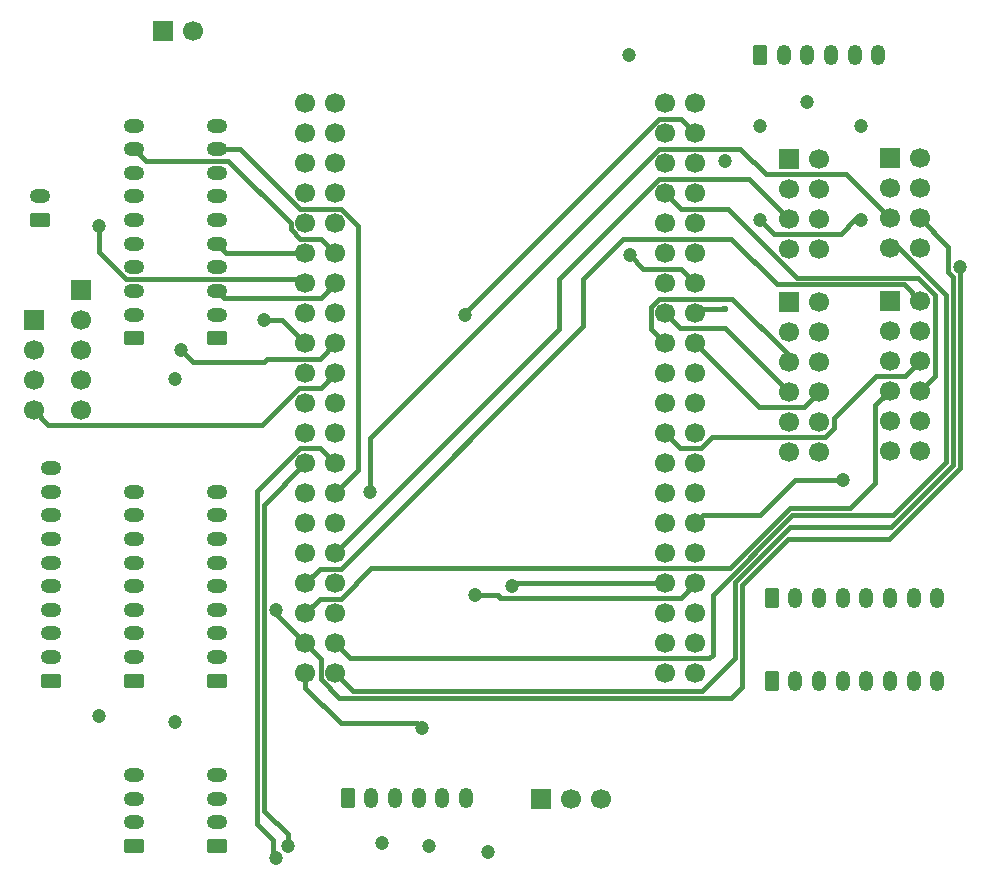
<source format=gbr>
%TF.GenerationSoftware,KiCad,Pcbnew,9.0.2*%
%TF.CreationDate,2025-07-05T12:49:50-04:00*%
%TF.ProjectId,Mainboard H7,4d61696e-626f-4617-9264-2048372e6b69,rev?*%
%TF.SameCoordinates,Original*%
%TF.FileFunction,Copper,L4,Bot*%
%TF.FilePolarity,Positive*%
%FSLAX46Y46*%
G04 Gerber Fmt 4.6, Leading zero omitted, Abs format (unit mm)*
G04 Created by KiCad (PCBNEW 9.0.2) date 2025-07-05 12:49:50*
%MOMM*%
%LPD*%
G01*
G04 APERTURE LIST*
G04 Aperture macros list*
%AMRoundRect*
0 Rectangle with rounded corners*
0 $1 Rounding radius*
0 $2 $3 $4 $5 $6 $7 $8 $9 X,Y pos of 4 corners*
0 Add a 4 corners polygon primitive as box body*
4,1,4,$2,$3,$4,$5,$6,$7,$8,$9,$2,$3,0*
0 Add four circle primitives for the rounded corners*
1,1,$1+$1,$2,$3*
1,1,$1+$1,$4,$5*
1,1,$1+$1,$6,$7*
1,1,$1+$1,$8,$9*
0 Add four rect primitives between the rounded corners*
20,1,$1+$1,$2,$3,$4,$5,0*
20,1,$1+$1,$4,$5,$6,$7,0*
20,1,$1+$1,$6,$7,$8,$9,0*
20,1,$1+$1,$8,$9,$2,$3,0*%
G04 Aperture macros list end*
%TA.AperFunction,ComponentPad*%
%ADD10C,1.700000*%
%TD*%
%TA.AperFunction,ComponentPad*%
%ADD11RoundRect,0.250000X0.625000X-0.350000X0.625000X0.350000X-0.625000X0.350000X-0.625000X-0.350000X0*%
%TD*%
%TA.AperFunction,ComponentPad*%
%ADD12O,1.750000X1.200000*%
%TD*%
%TA.AperFunction,ComponentPad*%
%ADD13RoundRect,0.250000X-0.350000X-0.625000X0.350000X-0.625000X0.350000X0.625000X-0.350000X0.625000X0*%
%TD*%
%TA.AperFunction,ComponentPad*%
%ADD14O,1.200000X1.750000*%
%TD*%
%TA.AperFunction,ComponentPad*%
%ADD15R,1.700000X1.700000*%
%TD*%
%TA.AperFunction,ViaPad*%
%ADD16C,1.200000*%
%TD*%
%TA.AperFunction,ViaPad*%
%ADD17C,0.600000*%
%TD*%
%TA.AperFunction,Conductor*%
%ADD18C,0.381000*%
%TD*%
G04 APERTURE END LIST*
D10*
%TO.P,U1,L1,5V*%
%TO.N,+5V*%
X133490000Y-69120000D03*
%TO.P,U1,L2,5V*%
X136030000Y-69120000D03*
%TO.P,U1,L3,3V3*%
%TO.N,+3V3*%
X133490000Y-71660000D03*
%TO.P,U1,L4,3V3*%
X136030000Y-71660000D03*
%TO.P,U1,L5,PA11*%
%TO.N,unconnected-(U1A-PA11-PadL5)*%
X133490000Y-74200000D03*
%TO.P,U1,L6,PA12*%
%TO.N,unconnected-(U1A-PA12-PadL6)*%
X136030000Y-74200000D03*
%TO.P,U1,L7,PC7*%
%TO.N,M2_INHB*%
X133490000Y-76740000D03*
%TO.P,U1,L8,PC6*%
%TO.N,M2_INHA*%
X136030000Y-76740000D03*
%TO.P,U1,L9,PA10*%
%TO.N,unconnected-(U1A-PA10-PadL9)*%
X133490000Y-79280000D03*
%TO.P,U1,L10,PA9*%
%TO.N,unconnected-(U1A-PA9-PadL10)*%
X136030000Y-79280000D03*
%TO.P,U1,L11,PC2*%
%TO.N,SPI2_MISO*%
X133490000Y-81820000D03*
%TO.P,U1,L12,PC3*%
%TO.N,ADC1_NCS*%
X136030000Y-81820000D03*
%TO.P,U1,L13,PC0*%
%TO.N,E_STOP*%
X133490000Y-84360000D03*
%TO.P,U1,L14,PC1*%
%TO.N,SPI2_MOSI*%
X136030000Y-84360000D03*
%TO.P,U1,L15,PD0*%
%TO.N,CAN_RX*%
X133490000Y-86900000D03*
%TO.P,U1,L16,PD1*%
%TO.N,CAN_TX*%
X136030000Y-86900000D03*
%TO.P,U1,L17,PD3*%
%TO.N,SPI2_SCK*%
X133490000Y-89440000D03*
%TO.P,U1,L18,PD4*%
%TO.N,ADC1_DRDY*%
X136030000Y-89440000D03*
%TO.P,U1,L19,PD5*%
%TO.N,USART_TX*%
X133490000Y-91980000D03*
%TO.P,U1,L20,PD6*%
%TO.N,USART_RX*%
X136030000Y-91980000D03*
%TO.P,U1,L21,PD7*%
%TO.N,ADC2_DRDY*%
X133490000Y-94520000D03*
%TO.P,U1,L22,PB3*%
%TO.N,E1_B*%
X136030000Y-94520000D03*
%TO.P,U1,L23,PB4*%
%TO.N,unconnected-(U1A-PB4-PadL23)*%
X133490000Y-97060000D03*
%TO.P,U1,L24,PB5*%
%TO.N,AUX_INT*%
X136030000Y-97060000D03*
%TO.P,U1,L25,PB7*%
%TO.N,I2C1_SDA*%
X133490000Y-99600000D03*
%TO.P,U1,L26,PB8*%
%TO.N,I2C1_SCL*%
X136030000Y-99600000D03*
%TO.P,U1,L27,PB9*%
%TO.N,unconnected-(U1A-PB9-PadL27)*%
X133490000Y-102140000D03*
%TO.P,U1,L28,PE0*%
%TO.N,ADC2_NCS*%
X136030000Y-102140000D03*
%TO.P,U1,L29,PE1*%
%TO.N,AUX_NCS*%
X133490000Y-104680000D03*
%TO.P,U1,L30,PA8*%
%TO.N,unconnected-(U1A-PA8-PadL30)*%
X136030000Y-104680000D03*
%TO.P,U1,L31,PE5*%
%TO.N,E2_NCS*%
X133490000Y-107220000D03*
%TO.P,U1,L32,PE6*%
%TO.N,M1_DRIVER_NCS*%
X136030000Y-107220000D03*
%TO.P,U1,L33,PE4*%
%TO.N,M2_DRIVER_EN*%
X133490000Y-109760000D03*
%TO.P,U1,L34,PE3*%
%TO.N,M2_DRIVER_NCS*%
X136030000Y-109760000D03*
%TO.P,U1,L35,PC8*%
%TO.N,M2_INHC*%
X133490000Y-112300000D03*
%TO.P,U1,L36,PC9*%
%TO.N,E1_NCS*%
X136030000Y-112300000D03*
%TO.P,U1,L37,PC10*%
%TO.N,SPI3_SCK*%
X133490000Y-114840000D03*
%TO.P,U1,L38,PC11*%
%TO.N,SPI3_MISO*%
X136030000Y-114840000D03*
%TO.P,U1,L39,PD2*%
%TO.N,PROBE_OUT*%
X133490000Y-117380000D03*
%TO.P,U1,L40,PC12*%
%TO.N,SPI3_MOSI*%
X136030000Y-117380000D03*
%TO.P,U1,R1,GND*%
%TO.N,GND*%
X163970000Y-69120000D03*
%TO.P,U1,R2,GND*%
X166510000Y-69120000D03*
%TO.P,U1,R3,PD14*%
%TO.N,unconnected-(U1B-PD14-PadR3)*%
X163970000Y-71660000D03*
%TO.P,U1,R4,PA15*%
%TO.N,E1_A*%
X166510000Y-71660000D03*
%TO.P,U1,R5,PD9*%
%TO.N,unconnected-(U1B-PD9-PadR5)*%
X163970000Y-74200000D03*
%TO.P,U1,R6,PD10*%
%TO.N,M1_nFAULT*%
X166510000Y-74200000D03*
%TO.P,U1,R7,PB15*%
%TO.N,M2_INLC*%
X163970000Y-76740000D03*
%TO.P,U1,R8,PD8*%
%TO.N,M1_nOCTW*%
X166510000Y-76740000D03*
%TO.P,U1,R9,PB13*%
%TO.N,M2_nFAULT*%
X163970000Y-79280000D03*
%TO.P,U1,R10,PB14*%
%TO.N,unconnected-(U1B-PB14-PadR10)*%
X166510000Y-79280000D03*
%TO.P,U1,R11,PB11*%
%TO.N,I2C2_SDA*%
X163970000Y-81820000D03*
%TO.P,U1,R12,PB12*%
%TO.N,M2_nOCTW*%
X166510000Y-81820000D03*
%TO.P,U1,R13,VBAT*%
%TO.N,unconnected-(U1B-VBAT-PadR13)*%
X163970000Y-84360000D03*
%TO.P,U1,R14,PB10*%
%TO.N,I2C2_SCL*%
X166510000Y-84360000D03*
%TO.P,U1,R15,PE13*%
%TO.N,M1_INHC*%
X163970000Y-86900000D03*
%TO.P,U1,R16,PE14*%
%TO.N,M1_DRIVER_EN*%
X166510000Y-86900000D03*
%TO.P,U1,R17,PE11*%
%TO.N,M1_INHB*%
X163970000Y-89440000D03*
%TO.P,U1,R18,PE12*%
%TO.N,M1_INLC*%
X166510000Y-89440000D03*
%TO.P,U1,R19,PE9*%
%TO.N,M1_INHA*%
X163970000Y-91980000D03*
%TO.P,U1,R20,PE10*%
%TO.N,M1_INLB*%
X166510000Y-91980000D03*
%TO.P,U1,R21,PE7*%
%TO.N,unconnected-(U1B-PE7-PadR21)*%
X163970000Y-94520000D03*
%TO.P,U1,R22,PE8*%
%TO.N,M1_INLA*%
X166510000Y-94520000D03*
%TO.P,U1,R23,PB0*%
%TO.N,M2_INLB*%
X163970000Y-97060000D03*
%TO.P,U1,R24,PB1*%
%TO.N,M2_IOutC*%
X166510000Y-97060000D03*
%TO.P,U1,R25,PC4*%
%TO.N,M1_IRef*%
X163970000Y-99600000D03*
%TO.P,U1,R26,PC5*%
%TO.N,M2_IOutB*%
X166510000Y-99600000D03*
%TO.P,U1,R27,PA6*%
%TO.N,M1_IOutA*%
X163970000Y-102140000D03*
%TO.P,U1,R28,PA7*%
%TO.N,M2_IOutA*%
X166510000Y-102140000D03*
%TO.P,U1,R29,PA4*%
%TO.N,M1_IOutB*%
X163970000Y-104680000D03*
%TO.P,U1,R30,PA5*%
%TO.N,M2_INLA*%
X166510000Y-104680000D03*
%TO.P,U1,R31,PA2*%
%TO.N,M1_IOutC*%
X163970000Y-107220000D03*
%TO.P,U1,R32,PA3*%
%TO.N,M2_IRef*%
X166510000Y-107220000D03*
%TO.P,U1,R33,PA0*%
%TO.N,E2_A*%
X163970000Y-109760000D03*
%TO.P,U1,R34,PA1*%
%TO.N,E2_B*%
X166510000Y-109760000D03*
%TO.P,U1,R35,PB2*%
%TO.N,unconnected-(U1B-PB2-PadR35)*%
X163970000Y-112300000D03*
%TO.P,U1,R36,PD13*%
%TO.N,unconnected-(U1B-PD13-PadR36)*%
X166510000Y-112300000D03*
%TO.P,U1,R37,PB6*%
%TO.N,unconnected-(U1B-PB6-PadR37)*%
X163970000Y-114840000D03*
%TO.P,U1,R38,PD11*%
%TO.N,unconnected-(U1B-PD11-PadR38)*%
X166510000Y-114840000D03*
%TO.P,U1,R39,PE2*%
%TO.N,unconnected-(U1B-PE2-PadR39)*%
X163970000Y-117380000D03*
%TO.P,U1,R40,PD12*%
%TO.N,unconnected-(U1B-PD12-PadR40)*%
X166510000Y-117380000D03*
%TD*%
D11*
%TO.P,J12,1,Pin_1*%
%TO.N,+3V3*%
X119000000Y-89000000D03*
D12*
%TO.P,J12,2,Pin_2*%
%TO.N,GND*%
X119000000Y-87000000D03*
%TO.P,J12,3,Pin_3*%
%TO.N,SPI2_MOSI*%
X119000000Y-85000000D03*
%TO.P,J12,4,Pin_4*%
%TO.N,GND*%
X119000000Y-83000000D03*
%TO.P,J12,5,Pin_5*%
%TO.N,SPI2_MISO*%
X119000000Y-81000000D03*
%TO.P,J12,6,Pin_6*%
%TO.N,GND*%
X119000000Y-79000000D03*
%TO.P,J12,7,Pin_7*%
%TO.N,SPI2_SCK*%
X119000000Y-77000000D03*
%TO.P,J12,8,Pin_8*%
%TO.N,GND*%
X119000000Y-75000000D03*
%TO.P,J12,9,Pin_9*%
%TO.N,ADC1_NCS*%
X119000000Y-73000000D03*
%TO.P,J12,10,Pin_10*%
%TO.N,ADC1_DRDY*%
X119000000Y-71000000D03*
%TD*%
D13*
%TO.P,J7,1,Pin_1*%
%TO.N,GND*%
X137100195Y-127899805D03*
D14*
%TO.P,J7,2,Pin_2*%
%TO.N,+3V3*%
X139100195Y-127899805D03*
%TO.P,J7,3,Pin_3*%
%TO.N,GND*%
X141100195Y-127899805D03*
%TO.P,J7,4,Pin_4*%
%TO.N,I2C1_SDA*%
X143100195Y-127899805D03*
%TO.P,J7,5,Pin_5*%
%TO.N,GND*%
X145100195Y-127899805D03*
%TO.P,J7,6,Pin_6*%
%TO.N,I2C1_SCL*%
X147100195Y-127899805D03*
%TD*%
D15*
%TO.P,J18,1,Pin_1*%
%TO.N,GND*%
X121460000Y-63000000D03*
D10*
%TO.P,J18,2,Pin_2*%
%TO.N,+5V*%
X124000000Y-63000000D03*
%TD*%
D15*
%TO.P,J17,1,Pin_1*%
%TO.N,unconnected-(J17-Pin_1-Pad1)*%
X110500000Y-87460000D03*
D10*
%TO.P,J17,2,Pin_2*%
%TO.N,GND*%
X110500000Y-90000000D03*
%TO.P,J17,3,Pin_3*%
%TO.N,USART_TX*%
X110500000Y-92540000D03*
%TO.P,J17,4,Pin_4*%
%TO.N,USART_RX*%
X110500000Y-95080000D03*
%TD*%
D11*
%TO.P,J9,1,Pin_1*%
%TO.N,+3V3*%
X119000000Y-118000000D03*
D12*
%TO.P,J9,2,Pin_2*%
%TO.N,GND*%
X119000000Y-116000000D03*
%TO.P,J9,3,Pin_3*%
%TO.N,SPI3_MOSI*%
X119000000Y-114000000D03*
%TO.P,J9,4,Pin_4*%
%TO.N,GND*%
X119000000Y-112000000D03*
%TO.P,J9,5,Pin_5*%
%TO.N,SPI3_MISO*%
X119000000Y-110000000D03*
%TO.P,J9,6,Pin_6*%
%TO.N,GND*%
X119000000Y-108000000D03*
%TO.P,J9,7,Pin_7*%
%TO.N,SPI3_SCK*%
X119000000Y-106000000D03*
%TO.P,J9,8,Pin_8*%
%TO.N,GND*%
X119000000Y-104000000D03*
%TO.P,J9,9,Pin_9*%
%TO.N,E1_NCS*%
X119000000Y-102000000D03*
%TD*%
D15*
%TO.P,J6,1,Pin_1*%
%TO.N,unconnected-(J6-Pin_1-Pad1)*%
X183003750Y-85840000D03*
D10*
%TO.P,J6,2,Pin_2*%
%TO.N,M2_DRIVER_EN*%
X185543750Y-85840000D03*
%TO.P,J6,3,Pin_3*%
%TO.N,M2_INHA*%
X183003750Y-88380000D03*
%TO.P,J6,4,Pin_4*%
%TO.N,M2_INLA*%
X185543750Y-88380000D03*
%TO.P,J6,5,Pin_5*%
%TO.N,M2_INHB*%
X183003750Y-90920000D03*
%TO.P,J6,6,Pin_6*%
%TO.N,M2_INLB*%
X185543750Y-90920000D03*
%TO.P,J6,7,Pin_7*%
%TO.N,M2_INHC*%
X183003750Y-93460000D03*
%TO.P,J6,8,Pin_8*%
%TO.N,M2_INLC*%
X185543750Y-93460000D03*
%TO.P,J6,9,Pin_9*%
%TO.N,GND*%
X183003750Y-96000000D03*
%TO.P,J6,10,Pin_10*%
X185543750Y-96000000D03*
%TO.P,J6,11,Pin_11*%
X183003750Y-98540000D03*
%TO.P,J6,12,Pin_12*%
X185543750Y-98540000D03*
%TD*%
D15*
%TO.P,J3,1,Pin_1*%
%TO.N,GND*%
X174460000Y-73840000D03*
D10*
%TO.P,J3,2,Pin_2*%
%TO.N,unconnected-(J3-Pin_2-Pad2)*%
X177000000Y-73840000D03*
%TO.P,J3,3,Pin_3*%
%TO.N,M1_nOCTW*%
X174460000Y-76380000D03*
%TO.P,J3,4,Pin_4*%
%TO.N,M1_nFAULT*%
X177000000Y-76380000D03*
%TO.P,J3,5,Pin_5*%
%TO.N,M1_DRIVER_NCS*%
X174460000Y-78920000D03*
%TO.P,J3,6,Pin_6*%
%TO.N,SPI3_MOSI*%
X177000000Y-78920000D03*
%TO.P,J3,7,Pin_7*%
%TO.N,SPI3_MISO*%
X174460000Y-81460000D03*
%TO.P,J3,8,Pin_8*%
%TO.N,SPI3_SCK*%
X177000000Y-81460000D03*
%TD*%
D13*
%TO.P,J15,1,Pin_1*%
%TO.N,GND*%
X173000000Y-111000000D03*
D14*
%TO.P,J15,2,Pin_2*%
%TO.N,M2_IOutA*%
X175000000Y-111000000D03*
%TO.P,J15,3,Pin_3*%
%TO.N,M2_IRef*%
X177000000Y-111000000D03*
%TO.P,J15,4,Pin_4*%
%TO.N,M2_IOutB*%
X179000000Y-111000000D03*
%TO.P,J15,5,Pin_5*%
%TO.N,M2_IRef*%
X181000000Y-111000000D03*
%TO.P,J15,6,Pin_6*%
%TO.N,M2_IOutC*%
X183000000Y-111000000D03*
%TO.P,J15,7,Pin_7*%
%TO.N,M2_IRef*%
X185000000Y-111000000D03*
%TO.P,J15,8,Pin_8*%
%TO.N,GND*%
X187000000Y-111000000D03*
%TD*%
D13*
%TO.P,J14,1,Pin_1*%
%TO.N,GND*%
X173000000Y-118000000D03*
D14*
%TO.P,J14,2,Pin_2*%
%TO.N,M1_IOutA*%
X175000000Y-118000000D03*
%TO.P,J14,3,Pin_3*%
%TO.N,M1_IRef*%
X177000000Y-118000000D03*
%TO.P,J14,4,Pin_4*%
%TO.N,M1_IOutB*%
X179000000Y-118000000D03*
%TO.P,J14,5,Pin_5*%
%TO.N,M1_IRef*%
X181000000Y-118000000D03*
%TO.P,J14,6,Pin_6*%
%TO.N,M1_IOutC*%
X183000000Y-118000000D03*
%TO.P,J14,7,Pin_7*%
%TO.N,M1_IRef*%
X185000000Y-118000000D03*
%TO.P,J14,8,Pin_8*%
%TO.N,GND*%
X187000000Y-118000000D03*
%TD*%
D15*
%TO.P,J4,1,Pin_1*%
%TO.N,unconnected-(J4-Pin_1-Pad1)*%
X174460000Y-85920000D03*
D10*
%TO.P,J4,2,Pin_2*%
%TO.N,M1_DRIVER_EN*%
X177000000Y-85920000D03*
%TO.P,J4,3,Pin_3*%
%TO.N,M1_INHA*%
X174460000Y-88460000D03*
%TO.P,J4,4,Pin_4*%
%TO.N,M1_INLA*%
X177000000Y-88460000D03*
%TO.P,J4,5,Pin_5*%
%TO.N,M1_INHB*%
X174460000Y-91000000D03*
%TO.P,J4,6,Pin_6*%
%TO.N,M1_INLB*%
X177000000Y-91000000D03*
%TO.P,J4,7,Pin_7*%
%TO.N,M1_INHC*%
X174460000Y-93540000D03*
%TO.P,J4,8,Pin_8*%
%TO.N,M1_INLC*%
X177000000Y-93540000D03*
%TO.P,J4,9,Pin_9*%
%TO.N,GND*%
X174460000Y-96080000D03*
%TO.P,J4,10,Pin_10*%
X177000000Y-96080000D03*
%TO.P,J4,11,Pin_11*%
X174460000Y-98620000D03*
%TO.P,J4,12,Pin_12*%
X177000000Y-98620000D03*
%TD*%
D11*
%TO.P,SW1,1,1*%
%TO.N,GND*%
X111000000Y-79000000D03*
D12*
%TO.P,SW1,2,2*%
%TO.N,Net-(R9-Pad2)*%
X111000000Y-77000000D03*
%TD*%
D13*
%TO.P,J8,1,Pin_1*%
%TO.N,GND*%
X172000000Y-65000000D03*
D14*
%TO.P,J8,2,Pin_2*%
%TO.N,+3V3*%
X174000000Y-65000000D03*
%TO.P,J8,3,Pin_3*%
%TO.N,GND*%
X176000000Y-65000000D03*
%TO.P,J8,4,Pin_4*%
%TO.N,I2C2_SDA*%
X178000000Y-65000000D03*
%TO.P,J8,5,Pin_5*%
%TO.N,GND*%
X180000000Y-65000000D03*
%TO.P,J8,6,Pin_6*%
%TO.N,I2C2_SCL*%
X182000000Y-65000000D03*
%TD*%
D15*
%TO.P,J19,1,Pin_1*%
%TO.N,+3V3*%
X114500000Y-84920000D03*
D10*
%TO.P,J19,2,Pin_2*%
%TO.N,unconnected-(J19-Pin_2-Pad2)*%
X114500000Y-87460000D03*
%TO.P,J19,3,Pin_3*%
%TO.N,GND*%
X114500000Y-90000000D03*
%TO.P,J19,4,Pin_4*%
%TO.N,CAN_RX*%
X114500000Y-92540000D03*
%TO.P,J19,5,Pin_5*%
%TO.N,CAN_TX*%
X114500000Y-95080000D03*
%TD*%
D11*
%TO.P,J2,1,Pin_1*%
%TO.N,E1_A*%
X119000000Y-132000000D03*
D12*
%TO.P,J2,2,Pin_2*%
%TO.N,GND*%
X119000000Y-130000000D03*
%TO.P,J2,3,Pin_3*%
%TO.N,E1_B*%
X119000000Y-128000000D03*
%TO.P,J2,4,Pin_4*%
%TO.N,GND*%
X119000000Y-126000000D03*
%TD*%
D11*
%TO.P,J13,1,Pin_1*%
%TO.N,+3V3*%
X112000000Y-118000000D03*
D12*
%TO.P,J13,2,Pin_2*%
%TO.N,GND*%
X112000000Y-116000000D03*
%TO.P,J13,3,Pin_3*%
%TO.N,SPI3_MOSI*%
X112000000Y-114000000D03*
%TO.P,J13,4,Pin_4*%
%TO.N,GND*%
X112000000Y-112000000D03*
%TO.P,J13,5,Pin_5*%
%TO.N,SPI3_MISO*%
X112000000Y-110000000D03*
%TO.P,J13,6,Pin_6*%
%TO.N,GND*%
X112000000Y-108000000D03*
%TO.P,J13,7,Pin_7*%
%TO.N,SPI3_SCK*%
X112000000Y-106000000D03*
%TO.P,J13,8,Pin_8*%
%TO.N,GND*%
X112000000Y-104000000D03*
%TO.P,J13,9,Pin_9*%
%TO.N,AUX_NCS*%
X112000000Y-102000000D03*
%TO.P,J13,10,Pin_10*%
%TO.N,AUX_INT*%
X112000000Y-100000000D03*
%TD*%
D11*
%TO.P,J11,1,Pin_1*%
%TO.N,+3V3*%
X126000000Y-89000000D03*
D12*
%TO.P,J11,2,Pin_2*%
%TO.N,GND*%
X126000000Y-87000000D03*
%TO.P,J11,3,Pin_3*%
%TO.N,SPI2_MOSI*%
X126000000Y-85000000D03*
%TO.P,J11,4,Pin_4*%
%TO.N,GND*%
X126000000Y-83000000D03*
%TO.P,J11,5,Pin_5*%
%TO.N,SPI2_MISO*%
X126000000Y-81000000D03*
%TO.P,J11,6,Pin_6*%
%TO.N,GND*%
X126000000Y-79000000D03*
%TO.P,J11,7,Pin_7*%
%TO.N,SPI2_SCK*%
X126000000Y-77000000D03*
%TO.P,J11,8,Pin_8*%
%TO.N,GND*%
X126000000Y-75000000D03*
%TO.P,J11,9,Pin_9*%
%TO.N,ADC2_NCS*%
X126000000Y-73000000D03*
%TO.P,J11,10,Pin_10*%
%TO.N,ADC2_DRDY*%
X126000000Y-71000000D03*
%TD*%
D15*
%TO.P,J16,1,Pin_1*%
%TO.N,PROBE_OUT*%
X153460000Y-128000000D03*
D10*
%TO.P,J16,2,Pin_2*%
%TO.N,+3V3*%
X156000000Y-128000000D03*
%TO.P,J16,3,Pin_3*%
%TO.N,GND*%
X158540000Y-128000000D03*
%TD*%
D11*
%TO.P,J10,1,Pin_1*%
%TO.N,E2_A*%
X126000000Y-132000000D03*
D12*
%TO.P,J10,2,Pin_2*%
%TO.N,GND*%
X126000000Y-130000000D03*
%TO.P,J10,3,Pin_3*%
%TO.N,E2_B*%
X126000000Y-128000000D03*
%TO.P,J10,4,Pin_4*%
%TO.N,GND*%
X126000000Y-126000000D03*
%TD*%
D11*
%TO.P,J1,1,Pin_1*%
%TO.N,+3V3*%
X126000000Y-118000000D03*
D12*
%TO.P,J1,2,Pin_2*%
%TO.N,GND*%
X126000000Y-116000000D03*
%TO.P,J1,3,Pin_3*%
%TO.N,SPI3_MOSI*%
X126000000Y-114000000D03*
%TO.P,J1,4,Pin_4*%
%TO.N,GND*%
X126000000Y-112000000D03*
%TO.P,J1,5,Pin_5*%
%TO.N,SPI3_MISO*%
X126000000Y-110000000D03*
%TO.P,J1,6,Pin_6*%
%TO.N,GND*%
X126000000Y-108000000D03*
%TO.P,J1,7,Pin_7*%
%TO.N,SPI3_SCK*%
X126000000Y-106000000D03*
%TO.P,J1,8,Pin_8*%
%TO.N,GND*%
X126000000Y-104000000D03*
%TO.P,J1,9,Pin_9*%
%TO.N,E2_NCS*%
X126000000Y-102000000D03*
%TD*%
D15*
%TO.P,J5,1,Pin_1*%
%TO.N,GND*%
X183003750Y-73760000D03*
D10*
%TO.P,J5,2,Pin_2*%
%TO.N,unconnected-(J5-Pin_2-Pad2)*%
X185543750Y-73760000D03*
%TO.P,J5,3,Pin_3*%
%TO.N,M2_nOCTW*%
X183003750Y-76300000D03*
%TO.P,J5,4,Pin_4*%
%TO.N,M2_nFAULT*%
X185543750Y-76300000D03*
%TO.P,J5,5,Pin_5*%
%TO.N,M2_DRIVER_NCS*%
X183003750Y-78840000D03*
%TO.P,J5,6,Pin_6*%
%TO.N,SPI3_MOSI*%
X185543750Y-78840000D03*
%TO.P,J5,7,Pin_7*%
%TO.N,SPI3_MISO*%
X183003750Y-81380000D03*
%TO.P,J5,8,Pin_8*%
%TO.N,SPI3_SCK*%
X185543750Y-81380000D03*
%TD*%
D16*
%TO.N,+3V3*%
X169000000Y-74000000D03*
X176000000Y-69000000D03*
X172000000Y-71000000D03*
X140012031Y-131725348D03*
X180543750Y-71000000D03*
X160912500Y-65000000D03*
X144000000Y-132000000D03*
X149000000Y-132500000D03*
%TO.N,GND*%
X116000000Y-121000000D03*
X122500000Y-92500000D03*
X122500000Y-121500000D03*
%TO.N,SPI3_SCK*%
X131000000Y-112000000D03*
X188939750Y-83000000D03*
%TO.N,E1_A*%
X147000000Y-87000000D03*
D17*
%TO.N,M1_DRIVER_EN*%
X169000000Y-86528000D03*
D16*
%TO.N,M2_DRIVER_NCS*%
X139000000Y-102000000D03*
%TO.N,M2_nOCTW*%
X172000000Y-79000000D03*
X180575890Y-79015110D03*
%TO.N,M2_INLA*%
X179000000Y-101000000D03*
%TO.N,I2C1_SCL*%
X131000000Y-133000000D03*
%TO.N,I2C1_SDA*%
X132000000Y-132000000D03*
%TO.N,I2C2_SCL*%
X161000000Y-82000000D03*
%TO.N,E2_A*%
X151000000Y-110011000D03*
%TO.N,E2_B*%
X147840193Y-110777494D03*
%TO.N,SPI2_SCK*%
X130000000Y-87500000D03*
%TO.N,ADC1_DRDY*%
X123000000Y-90000000D03*
%TO.N,PROBE_OUT*%
X143400003Y-122000000D03*
%TO.N,E_STOP*%
X116000000Y-79500000D03*
%TD*%
D18*
%TO.N,SPI3_MISO*%
X137271500Y-116081500D02*
X136030000Y-114840000D01*
X167717428Y-116081500D02*
X137271500Y-116081500D01*
X168000000Y-115798928D02*
X167717428Y-116081500D01*
X174743072Y-104000000D02*
X168000000Y-110743072D01*
X183295748Y-104000000D02*
X174743072Y-104000000D01*
X187775750Y-99519997D02*
X183295748Y-104000000D01*
X187775750Y-85367747D02*
X187775750Y-99519997D01*
X183788003Y-81380000D02*
X187775750Y-85367747D01*
X168000000Y-110743072D02*
X168000000Y-115798928D01*
X183003750Y-81380000D02*
X183788003Y-81380000D01*
%TO.N,SPI3_MOSI*%
X137556500Y-118906500D02*
X136030000Y-117380000D01*
X167093500Y-118906500D02*
X137556500Y-118906500D01*
X169918000Y-109648144D02*
X169918000Y-116082000D01*
X174566144Y-105000000D02*
X169918000Y-109648144D01*
X188357750Y-99761069D02*
X183118819Y-105000000D01*
X183118819Y-105000000D02*
X174566144Y-105000000D01*
X188357750Y-83820193D02*
X188357750Y-99761069D01*
X187948250Y-82589307D02*
X187948250Y-83410693D01*
X187948250Y-83410693D02*
X188357750Y-83820193D01*
X187949250Y-82588307D02*
X187948250Y-82589307D01*
X169918000Y-116082000D02*
X167093500Y-118906500D01*
X185543750Y-78840000D02*
X187949250Y-81245500D01*
X187949250Y-81245500D02*
X187949250Y-82588307D01*
%TO.N,SPI3_SCK*%
X134788500Y-117894247D02*
X134788500Y-116138500D01*
X131000000Y-112000000D02*
X131000000Y-112350000D01*
X188939750Y-83000000D02*
X188939750Y-100002141D01*
X182941891Y-106000000D02*
X174389216Y-106000000D01*
X188939750Y-100002141D02*
X182941891Y-106000000D01*
X174389216Y-106000000D02*
X170500000Y-109889216D01*
X170500000Y-109889216D02*
X170500000Y-118500000D01*
X134788500Y-116138500D02*
X133490000Y-114840000D01*
X170500000Y-118500000D02*
X169511500Y-119488500D01*
X136382753Y-119488500D02*
X134788500Y-117894247D01*
X169511500Y-119488500D02*
X136382753Y-119488500D01*
X131000000Y-112350000D02*
X133490000Y-114840000D01*
%TO.N,E1_A*%
X147000000Y-87000000D02*
X147000000Y-86874253D01*
X147000000Y-86874253D02*
X163455753Y-70418500D01*
X165268500Y-70418500D02*
X166510000Y-71660000D01*
X163455753Y-70418500D02*
X165268500Y-70418500D01*
%TO.N,M1_DRIVER_NCS*%
X163455753Y-75498500D02*
X155000000Y-83954253D01*
X171038500Y-75498500D02*
X163455753Y-75498500D01*
X155000000Y-83954253D02*
X155000000Y-88250000D01*
X155000000Y-88250000D02*
X136030000Y-107220000D01*
X174460000Y-78920000D02*
X171038500Y-75498500D01*
%TO.N,M1_DRIVER_EN*%
X169000000Y-86528000D02*
X166882000Y-86528000D01*
X166882000Y-86528000D02*
X166510000Y-86900000D01*
%TO.N,M1_INHC*%
X174460000Y-93540000D02*
X169061500Y-88141500D01*
X165211500Y-88141500D02*
X163970000Y-86900000D01*
X169061500Y-88141500D02*
X165211500Y-88141500D01*
%TO.N,M1_INHB*%
X174460000Y-91000000D02*
X174460000Y-90460000D01*
X162728500Y-86385753D02*
X162728500Y-88198500D01*
X162728500Y-88198500D02*
X163970000Y-89440000D01*
X174460000Y-90460000D02*
X169658500Y-85658500D01*
X169658500Y-85658500D02*
X163455753Y-85658500D01*
X163455753Y-85658500D02*
X162728500Y-86385753D01*
%TO.N,M1_INLC*%
X171908500Y-94838500D02*
X166510000Y-89440000D01*
X175701500Y-94838500D02*
X171908500Y-94838500D01*
X177000000Y-93540000D02*
X175701500Y-94838500D01*
%TO.N,M2_DRIVER_NCS*%
X170311247Y-72958500D02*
X163455753Y-72958500D01*
X179302250Y-75138500D02*
X183003750Y-78840000D01*
X172491247Y-75138500D02*
X170311247Y-72958500D01*
X172491247Y-75138500D02*
X179302250Y-75138500D01*
X139000000Y-97414253D02*
X139000000Y-102000000D01*
X163455753Y-72958500D02*
X139000000Y-97414253D01*
%TO.N,M2_nOCTW*%
X180575890Y-79015110D02*
X180492522Y-78931742D01*
X178838500Y-80161500D02*
X173161500Y-80161500D01*
X180068258Y-78931742D02*
X178838500Y-80161500D01*
X173161500Y-80161500D02*
X172000000Y-79000000D01*
X180492522Y-78931742D02*
X180068258Y-78931742D01*
%TO.N,M2_INHC*%
X174502000Y-103418000D02*
X169458500Y-108461500D01*
X181762250Y-94701500D02*
X181762250Y-101237750D01*
X179582000Y-103418000D02*
X174502000Y-103418000D01*
X169458500Y-108461500D02*
X139084247Y-108461500D01*
X181762250Y-101237750D02*
X179582000Y-103418000D01*
X139084247Y-108461500D02*
X136487247Y-111058500D01*
X136487247Y-111058500D02*
X134731500Y-111058500D01*
X134731500Y-111058500D02*
X133490000Y-112300000D01*
X183003750Y-93460000D02*
X181762250Y-94701500D01*
%TO.N,M2_DRIVER_EN*%
X134731500Y-108518500D02*
X136487248Y-108518500D01*
X157000000Y-84000000D02*
X160421500Y-80578500D01*
X157000000Y-88005748D02*
X157000000Y-84000000D01*
X133490000Y-109760000D02*
X134731500Y-108518500D01*
X136487248Y-108518500D02*
X157000000Y-88005748D01*
X184163623Y-84459873D02*
X185543750Y-85840000D01*
X169578500Y-80578500D02*
X173459873Y-84459873D01*
X184163623Y-84459873D02*
X173459873Y-84459873D01*
X160421500Y-80578500D02*
X169578500Y-80578500D01*
%TO.N,M2_INLA*%
X172000000Y-104000000D02*
X167190000Y-104000000D01*
X167190000Y-104000000D02*
X166510000Y-104680000D01*
X179000000Y-101000000D02*
X175000000Y-101000000D01*
X175000000Y-101000000D02*
X172000000Y-104000000D01*
%TO.N,M2_INLB*%
X165211500Y-98301500D02*
X163970000Y-97060000D01*
X167024247Y-98301500D02*
X165211500Y-98301500D01*
X185543750Y-90920000D02*
X184245250Y-92218500D01*
X167947247Y-97378500D02*
X167024247Y-98301500D01*
X178241500Y-96651247D02*
X177514247Y-97378500D01*
X178241500Y-95758500D02*
X178241500Y-96651247D01*
X184245250Y-92218500D02*
X181781500Y-92218500D01*
X177514247Y-97378500D02*
X167947247Y-97378500D01*
X181781500Y-92218500D02*
X178241500Y-95758500D01*
%TO.N,M2_INLC*%
X186785250Y-85325753D02*
X186785250Y-92218500D01*
X185337370Y-83877873D02*
X175122126Y-83877873D01*
X169282753Y-78038500D02*
X175122126Y-83877873D01*
X163970000Y-76740000D02*
X165268500Y-78038500D01*
X186785250Y-92218500D02*
X185543750Y-93460000D01*
X165268500Y-78038500D02*
X169282753Y-78038500D01*
X185337370Y-83877873D02*
X186785250Y-85325753D01*
%TO.N,I2C1_SCL*%
X129418000Y-101916253D02*
X133032753Y-98301500D01*
X133032753Y-98301500D02*
X134731500Y-98301500D01*
X130789697Y-131490793D02*
X129418000Y-130119096D01*
X134731500Y-98301500D02*
X136030000Y-99600000D01*
X129418000Y-130119096D02*
X129418000Y-101916253D01*
X131000000Y-133000000D02*
X130789697Y-132789697D01*
X130789697Y-132789697D02*
X130789697Y-131490793D01*
%TO.N,I2C1_SDA*%
X130000000Y-103090000D02*
X133490000Y-99600000D01*
X132000000Y-131000000D02*
X130000000Y-129000000D01*
X132000000Y-132000000D02*
X132000000Y-131000000D01*
X130000000Y-129000000D02*
X130000000Y-103090000D01*
%TO.N,I2C2_SCL*%
X162118500Y-83118500D02*
X165268500Y-83118500D01*
X165268500Y-83118500D02*
X166510000Y-84360000D01*
X161000000Y-82000000D02*
X162118500Y-83118500D01*
%TO.N,E2_A*%
X151251000Y-109760000D02*
X151000000Y-110011000D01*
X163970000Y-109760000D02*
X151251000Y-109760000D01*
%TO.N,E2_B*%
X149777494Y-110777494D02*
X150001500Y-111001500D01*
X150001500Y-111001500D02*
X165268500Y-111001500D01*
X165268500Y-111001500D02*
X166510000Y-109760000D01*
X147840193Y-110777494D02*
X149777494Y-110777494D01*
%TO.N,SPI2_SCK*%
X130000000Y-87500000D02*
X131550000Y-87500000D01*
X131550000Y-87500000D02*
X133490000Y-89440000D01*
%TO.N,SPI2_MOSI*%
X134788500Y-85601500D02*
X136030000Y-84360000D01*
X126000000Y-85000000D02*
X126601500Y-85601500D01*
X126601500Y-85601500D02*
X134788500Y-85601500D01*
%TO.N,ADC2_NCS*%
X138000000Y-100170000D02*
X136030000Y-102140000D01*
X127994253Y-73000000D02*
X133032753Y-78038500D01*
X138000000Y-79494253D02*
X138000000Y-100170000D01*
X136544247Y-78038500D02*
X138000000Y-79494253D01*
X133032753Y-78038500D02*
X136544247Y-78038500D01*
X126000000Y-73000000D02*
X127994253Y-73000000D01*
%TO.N,SPI2_MISO*%
X126000000Y-81000000D02*
X126820000Y-81820000D01*
X126820000Y-81820000D02*
X133490000Y-81820000D01*
%TO.N,ADC1_DRDY*%
X124000000Y-91000000D02*
X130000000Y-91000000D01*
X130000000Y-91000000D02*
X130261500Y-90738500D01*
X130261500Y-90738500D02*
X134731500Y-90738500D01*
X123000000Y-90000000D02*
X124000000Y-91000000D01*
X134731500Y-90738500D02*
X136030000Y-89440000D01*
%TO.N,ADC1_NCS*%
X134788500Y-80578500D02*
X133032753Y-80578500D01*
X132248500Y-79248500D02*
X126991500Y-73991500D01*
X132248500Y-79794247D02*
X132248500Y-79248500D01*
X126991500Y-73991500D02*
X119991500Y-73991500D01*
X119991500Y-73991500D02*
X119000000Y-73000000D01*
X133032753Y-80578500D02*
X132248500Y-79794247D01*
X136030000Y-81820000D02*
X134788500Y-80578500D01*
%TO.N,PROBE_OUT*%
X133490000Y-118582081D02*
X133490000Y-117380000D01*
X143400003Y-122000000D02*
X143000000Y-121599997D01*
X136507916Y-121599997D02*
X133490000Y-118582081D01*
X143000000Y-121599997D02*
X136507916Y-121599997D01*
%TO.N,USART_RX*%
X110500000Y-95080000D02*
X111741500Y-96321500D01*
X111741500Y-96321500D02*
X129875753Y-96321500D01*
X129875753Y-96321500D02*
X132975753Y-93221500D01*
X132975753Y-93221500D02*
X134788500Y-93221500D01*
X134788500Y-93221500D02*
X136030000Y-91980000D01*
%TO.N,E_STOP*%
X116000000Y-79500000D02*
X116000000Y-81677193D01*
X118322807Y-84000000D02*
X133130000Y-84000000D01*
X133130000Y-84000000D02*
X133490000Y-84360000D01*
X116000000Y-81677193D02*
X118322807Y-84000000D01*
%TD*%
M02*

</source>
